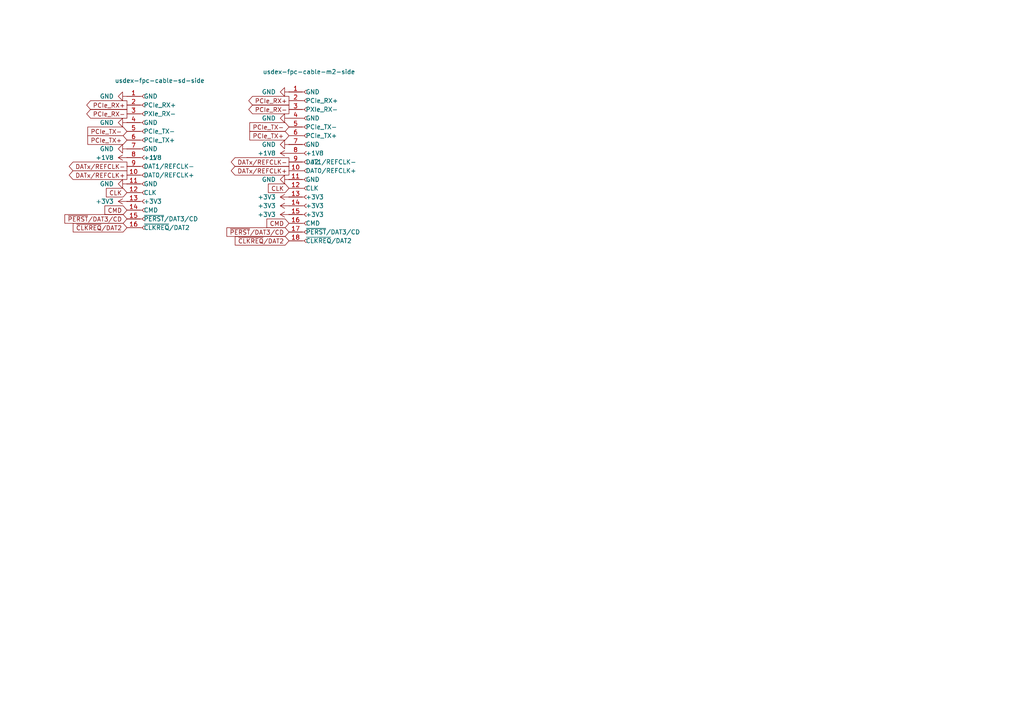
<source format=kicad_sch>
(kicad_sch (version 20250114) (generator "eeschema") (generator_version "9.0")
  (paper "A4")
  (lib_symbols
    (symbol "m1cha:usdex-fpc-cable-m2-side" (pin_names (offset 1.016))
      (property "Reference" "J" (at 0 22.86 0))
      (property "Value" "usdex-fpc-cable-m2-side" (at -2.286 25.146 0))
      (symbol "usdex-fpc-cable-m2-side_1_1"
        (polyline (pts (xy -1.27 20.32) (xy -0.508 20.32)) (stroke (width 0.1524)))
        (polyline (pts (xy -1.27 17.78) (xy -0.508 17.78)) (stroke (width 0.1524)))
        (polyline (pts (xy -1.27 15.24) (xy -0.508 15.24)) (stroke (width 0.1524)))
        (polyline (pts (xy -1.27 12.7) (xy -0.508 12.7)) (stroke (width 0.1524)))
        (polyline (pts (xy -1.27 10.16) (xy -0.508 10.16)) (stroke (width 0.1524)))
        (polyline (pts (xy -1.27 7.62) (xy -0.508 7.62)) (stroke (width 0.1524)))
        (polyline (pts (xy -1.27 5.08) (xy -0.508 5.08)) (stroke (width 0.1524)))
        (polyline (pts (xy -1.27 2.54) (xy -0.508 2.54)) (stroke (width 0.1524)))
        (polyline (pts (xy -1.27 0) (xy -0.508 0)) (stroke (width 0.1524)))
        (polyline (pts (xy -1.27 -2.54) (xy -0.508 -2.54)) (stroke (width 0.1524)))
        (polyline (pts (xy -1.27 -5.08) (xy -0.508 -5.08)) (stroke (width 0.1524)))
        (polyline (pts (xy -1.27 -7.62) (xy -0.508 -7.62)) (stroke (width 0.1524)))
        (polyline (pts (xy -1.27 -10.16) (xy -0.508 -10.16)) (stroke (width 0.1524)))
        (polyline (pts (xy -1.27 -12.7) (xy -0.508 -12.7)) (stroke (width 0.1524)))
        (polyline (pts (xy -1.27 -15.24) (xy -0.508 -15.24)) (stroke (width 0.1524)))
        (polyline (pts (xy -1.27 -17.78) (xy -0.508 -17.78)) (stroke (width 0.1524)))
        (polyline (pts (xy -1.27 -20.32) (xy -0.508 -20.32)) (stroke (width 0.1524)))
        (polyline (pts (xy -1.27 -22.86) (xy -0.508 -22.86)) (stroke (width 0.1524)))
        (arc (start 0 19.812) (mid -0.5058 20.32) (end 0 20.828) (stroke (width 0.1524)))
        (arc (start 0 17.272) (mid -0.5058 17.78) (end 0 18.288) (stroke (width 0.1524)))
        (arc (start 0 14.732) (mid -0.5058 15.24) (end 0 15.748) (stroke (width 0.1524)))
        (arc (start 0 12.192) (mid -0.5058 12.7) (end 0 13.208) (stroke (width 0.1524)))
        (arc (start 0 9.652) (mid -0.5058 10.16) (end 0 10.668) (stroke (width 0.1524)))
        (arc (start 0 7.112) (mid -0.5058 7.62) (end 0 8.128) (stroke (width 0.1524)))
        (arc (start 0 4.572) (mid -0.5058 5.08) (end 0 5.588) (stroke (width 0.1524)))
        (arc (start 0 2.032) (mid -0.5058 2.54) (end 0 3.048) (stroke (width 0.1524)))
        (arc (start 0 -0.508) (mid -0.5058 0) (end 0 0.508) (stroke (width 0.1524)))
        (arc (start 0 -3.048) (mid -0.5058 -2.54) (end 0 -2.032) (stroke (width 0.1524)))
        (arc (start 0 -5.588) (mid -0.5058 -5.08) (end 0 -4.572) (stroke (width 0.1524)))
        (arc (start 0 -8.128) (mid -0.5058 -7.62) (end 0 -7.112) (stroke (width 0.1524)))
        (arc (start 0 -10.668) (mid -0.5058 -10.16) (end 0 -9.652) (stroke (width 0.1524)))
        (arc (start 0 -13.208) (mid -0.5058 -12.7) (end 0 -12.192) (stroke (width 0.1524)))
        (arc (start 0 -15.748) (mid -0.5058 -15.24) (end 0 -14.732) (stroke (width 0.1524)))
        (arc (start 0 -18.288) (mid -0.5058 -17.78) (end 0 -17.272) (stroke (width 0.1524)))
        (arc (start 0 -20.828) (mid -0.5058 -20.32) (end 0 -19.812) (stroke (width 0.1524)))
        (arc (start 0 -23.368) (mid -0.5058 -22.86) (end 0 -22.352) (stroke (width 0.1524)))
        (pin power_in line (at -5.08 20.32 0) (length 3.81) (name "GND") (number "1"))
        (pin passive line (at -5.08 17.78 0) (length 3.81) (name "PCIe_RX+") (number "2"))
        (pin passive line (at -5.08 15.24 0) (length 3.81) (name "PXIe_RX-") (number "3"))
        (pin passive line (at -5.08 12.7 0) (length 3.81) (name "GND") (number "4"))
        (pin passive line (at -5.08 10.16 0) (length 3.81) (name "PCIe_TX-") (number "5"))
        (pin passive line (at -5.08 7.62 0) (length 3.81) (name "PCIe_TX+") (number "6"))
        (pin passive line (at -5.08 5.08 0) (length 3.81) (name "GND") (number "7"))
        (pin power_in line (at -5.08 2.54 0) (length 3.81) (name "+1V8") (number "8"))
        (pin passive line (at -5.08 0 0) (length 3.81) (name "DAT1/REFCLK-") (number "9"))
        (pin passive line (at -5.08 -2.54 0) (length 3.81) (name "DAT0/REFCLK+") (number "10"))
        (pin passive line (at -5.08 -5.08 0) (length 3.81) (name "GND") (number "11"))
        (pin passive line (at -5.08 -7.62 0) (length 3.81) (name "CLK") (number "12"))
        (pin power_in line (at -5.08 -10.16 0) (length 3.81) (name "+3V3") (number "13"))
        (pin passive line (at -5.08 -12.7 0) (length 3.81) (name "+3V3") (number "14"))
        (pin passive line (at -5.08 -15.24 0) (length 3.81) (name "+3V3") (number "15"))
        (pin passive line (at -5.08 -17.78 0) (length 3.81) (name "CMD") (number "16"))
        (pin passive line (at -5.08 -20.32 0) (length 3.81) (name "~{PERST}/DAT3/CD") (number "17"))
        (pin passive line (at -5.08 -22.86 0) (length 3.81) (name "~{CLKREQ}/DAT2") (number "18"))
      )
    )
    (symbol "m1cha:usdex-fpc-cable-sd-side" (pin_names (offset 1.016))
      (property "Reference" "J" (at 0 22.86 0))
      (property "Value" "usdex-fpc-cable-sd-side" (at -2.286 25.146 0))
      (symbol "usdex-fpc-cable-sd-side_1_1"
        (polyline (pts (xy -1.27 20.32) (xy -0.508 20.32)) (stroke (width 0.1524)))
        (polyline (pts (xy -1.27 17.78) (xy -0.508 17.78)) (stroke (width 0.1524)))
        (polyline (pts (xy -1.27 15.24) (xy -0.508 15.24)) (stroke (width 0.1524)))
        (polyline (pts (xy -1.27 12.7) (xy -0.508 12.7)) (stroke (width 0.1524)))
        (polyline (pts (xy -1.27 10.16) (xy -0.508 10.16)) (stroke (width 0.1524)))
        (polyline (pts (xy -1.27 7.62) (xy -0.508 7.62)) (stroke (width 0.1524)))
        (polyline (pts (xy -1.27 5.08) (xy -0.508 5.08)) (stroke (width 0.1524)))
        (polyline (pts (xy -1.27 2.54) (xy -0.508 2.54)) (stroke (width 0.1524)))
        (polyline (pts (xy -1.27 0) (xy -0.508 0)) (stroke (width 0.1524)))
        (polyline (pts (xy -1.27 -2.54) (xy -0.508 -2.54)) (stroke (width 0.1524)))
        (polyline (pts (xy -1.27 -5.08) (xy -0.508 -5.08)) (stroke (width 0.1524)))
        (polyline (pts (xy -1.27 -7.62) (xy -0.508 -7.62)) (stroke (width 0.1524)))
        (polyline (pts (xy -1.27 -10.16) (xy -0.508 -10.16)) (stroke (width 0.1524)))
        (polyline (pts (xy -1.27 -12.7) (xy -0.508 -12.7)) (stroke (width 0.1524)))
        (polyline (pts (xy -1.27 -15.24) (xy -0.508 -15.24)) (stroke (width 0.1524)))
        (polyline (pts (xy -1.27 -17.78) (xy -0.508 -17.78)) (stroke (width 0.1524)))
        (arc (start 0 19.812) (mid -0.5058 20.32) (end 0 20.828) (stroke (width 0.1524)))
        (arc (start 0 17.272) (mid -0.5058 17.78) (end 0 18.288) (stroke (width 0.1524)))
        (arc (start 0 14.732) (mid -0.5058 15.24) (end 0 15.748) (stroke (width 0.1524)))
        (arc (start 0 12.192) (mid -0.5058 12.7) (end 0 13.208) (stroke (width 0.1524)))
        (arc (start 0 9.652) (mid -0.5058 10.16) (end 0 10.668) (stroke (width 0.1524)))
        (arc (start 0 7.112) (mid -0.5058 7.62) (end 0 8.128) (stroke (width 0.1524)))
        (arc (start 0 4.572) (mid -0.5058 5.08) (end 0 5.588) (stroke (width 0.1524)))
        (arc (start 0 2.032) (mid -0.5058 2.54) (end 0 3.048) (stroke (width 0.1524)))
        (arc (start 0 -0.508) (mid -0.5058 0) (end 0 0.508) (stroke (width 0.1524)))
        (arc (start 0 -3.048) (mid -0.5058 -2.54) (end 0 -2.032) (stroke (width 0.1524)))
        (arc (start 0 -5.588) (mid -0.5058 -5.08) (end 0 -4.572) (stroke (width 0.1524)))
        (arc (start 0 -8.128) (mid -0.5058 -7.62) (end 0 -7.112) (stroke (width 0.1524)))
        (arc (start 0 -10.668) (mid -0.5058 -10.16) (end 0 -9.652) (stroke (width 0.1524)))
        (arc (start 0 -13.208) (mid -0.5058 -12.7) (end 0 -12.192) (stroke (width 0.1524)))
        (arc (start 0 -15.748) (mid -0.5058 -15.24) (end 0 -14.732) (stroke (width 0.1524)))
        (arc (start 0 -18.288) (mid -0.5058 -17.78) (end 0 -17.272) (stroke (width 0.1524)))
        (pin power_out line (at -5.08 20.32 0) (length 3.81) (name "GND") (number "1"))
        (pin passive line (at -5.08 17.78 0) (length 3.81) (name "PCIe_RX+") (number "2"))
        (pin passive line (at -5.08 15.24 0) (length 3.81) (name "PXIe_RX-") (number "3"))
        (pin passive line (at -5.08 12.7 0) (length 3.81) (name "GND") (number "4"))
        (pin passive line (at -5.08 10.16 0) (length 3.81) (name "PCIe_TX-") (number "5"))
        (pin passive line (at -5.08 7.62 0) (length 3.81) (name "PCIe_TX+") (number "6"))
        (pin passive line (at -5.08 5.08 0) (length 3.81) (name "GND") (number "7"))
        (pin power_out line (at -5.08 2.54 0) (length 3.81) (name "+1V8") (number "8"))
        (pin passive line (at -5.08 0 0) (length 3.81) (name "DAT1/REFCLK-") (number "9"))
        (pin passive line (at -5.08 -2.54 0) (length 3.81) (name "DAT0/REFCLK+") (number "10"))
        (pin passive line (at -5.08 -5.08 0) (length 3.81) (name "GND") (number "11"))
        (pin passive line (at -5.08 -7.62 0) (length 3.81) (name "CLK") (number "12"))
        (pin power_out line (at -5.08 -10.16 0) (length 3.81) (name "+3V3") (number "13"))
        (pin passive line (at -5.08 -12.7 0) (length 3.81) (name "CMD") (number "14"))
        (pin passive line (at -5.08 -15.24 0) (length 3.81) (name "~{PERST}/DAT3/CD") (number "15"))
        (pin passive line (at -5.08 -17.78 0) (length 3.81) (name "~{CLKREQ}/DAT2") (number "16"))
      )
    )
    (symbol "power:+1V8" (power) (pin_numbers (hide yes)) (pin_names (offset 0) (hide yes))
      (property "Value" "+1V8" (at 0 3.556 0))
      (symbol "+1V8_0_1"
        (polyline (pts (xy -0.762 1.27) (xy 0 2.54)))
        (polyline (pts (xy 0 2.54) (xy 0.762 1.27)))
        (polyline (pts (xy 0 0) (xy 0 2.54)))
      )
      (symbol "+1V8_1_1"
        (pin power_in line (at 0 0 90) (length 0) (name "~") (number "1"))
      )
    )
    (symbol "power:+3V3" (power) (pin_numbers (hide yes)) (pin_names (offset 0) (hide yes))
      (property "Value" "+3V3" (at 0 3.556 0))
      (symbol "+3V3_0_1"
        (polyline (pts (xy -0.762 1.27) (xy 0 2.54)))
        (polyline (pts (xy 0 2.54) (xy 0.762 1.27)))
        (polyline (pts (xy 0 0) (xy 0 2.54)))
      )
      (symbol "+3V3_1_1"
        (pin power_in line (at 0 0 90) (length 0) (name "~") (number "1"))
      )
    )
    (symbol "power:GND" (power) (pin_numbers (hide yes)) (pin_names (offset 0) (hide yes))
      (property "Value" "GND" (at 0 -3.81 0))
      (symbol "GND_0_1"
        (polyline (pts (xy 0 0) (xy 0 -1.27) (xy 1.27 -1.27) (xy 0 -2.54) (xy -1.27 -1.27) (xy 0 -1.27)))
      )
      (symbol "GND_1_1"
        (pin power_in line (at 0 0 270) (length 0) (name "~") (number "1"))
      )
    )
  )
  (global_label "PCIe_TX+" (shape input) (at 83.82 39.37 180) (property "Intersheetrefs" "${INTERSHEET_REFS}" (effects (hide yes))))
  (global_label "DATx{slash}REFCLK+" (shape output) (at 83.82 49.53 180) (property "Intersheetrefs" "${INTERSHEET_REFS}" (effects (hide yes))))
  (global_label "PCIe_TX-" (shape input) (at 36.83 38.1 180) (property "Intersheetrefs" "${INTERSHEET_REFS}" (effects (hide yes))))
  (global_label "PCIe_TX+" (shape input) (at 36.83 40.64 180) (property "Intersheetrefs" "${INTERSHEET_REFS}" (effects (hide yes))))
  (global_label "CMD" (shape input) (at 83.82 64.77 180) (property "Intersheetrefs" "${INTERSHEET_REFS}" (effects (hide yes))))
  (global_label "CMD" (shape input) (at 36.83 60.96 180) (property "Intersheetrefs" "${INTERSHEET_REFS}" (effects (hide yes))))
  (global_label "PCIe_TX-" (shape input) (at 83.82 36.83 180) (property "Intersheetrefs" "${INTERSHEET_REFS}" (effects (hide yes))))
  (global_label "PCIe_RX+" (shape output) (at 83.82 29.21 180) (property "Intersheetrefs" "${INTERSHEET_REFS}" (effects (hide yes))))
  (global_label "DATx{slash}REFCLK+" (shape output) (at 36.83 50.8 180) (property "Intersheetrefs" "${INTERSHEET_REFS}" (effects (hide yes))))
  (global_label "CLK" (shape input) (at 83.82 54.61 180) (property "Intersheetrefs" "${INTERSHEET_REFS}" (effects (hide yes))))
  (global_label "~{CLKREQ}{slash}DAT2" (shape input) (at 83.82 69.85 180) (property "Intersheetrefs" "${INTERSHEET_REFS}" (effects (hide yes))))
  (global_label "DATx{slash}REFCLK-" (shape output) (at 36.83 48.26 180) (property "Intersheetrefs" "${INTERSHEET_REFS}" (effects (hide yes))))
  (global_label "~{PERST}{slash}DAT3{slash}CD" (shape input) (at 36.83 63.5 180) (property "Intersheetrefs" "${INTERSHEET_REFS}" (effects (hide yes))))
  (global_label "DATx{slash}REFCLK-" (shape output) (at 83.82 46.99 180) (property "Intersheetrefs" "${INTERSHEET_REFS}" (effects (hide yes))))
  (global_label "~{CLKREQ}{slash}DAT2" (shape input) (at 36.83 66.04 180) (property "Intersheetrefs" "${INTERSHEET_REFS}" (effects (hide yes))))
  (global_label "~{PERST}{slash}DAT3{slash}CD" (shape input) (at 83.82 67.31 180) (property "Intersheetrefs" "${INTERSHEET_REFS}" (effects (hide yes))))
  (global_label "PCIe_RX-" (shape output) (at 83.82 31.75 180) (property "Intersheetrefs" "${INTERSHEET_REFS}" (effects (hide yes))))
  (global_label "CLK" (shape input) (at 36.83 55.88 180) (property "Intersheetrefs" "${INTERSHEET_REFS}" (effects (hide yes))))
  (global_label "PCIe_RX-" (shape output) (at 36.83 33.02 180) (property "Intersheetrefs" "${INTERSHEET_REFS}" (effects (hide yes))))
  (global_label "PCIe_RX+" (shape output) (at 36.83 30.48 180) (property "Intersheetrefs" "${INTERSHEET_REFS}" (effects (hide yes))))
  (symbol (lib_id "power:GND") (at 36.83 43.18 270) (unit 1)
    (property "Reference" "#PWR09" (effects (hide yes)))
    (property "Value" "GND" (at 33.02 43.1799 90) (effects (justify right)))
    (property "Description" "Power symbol creates a global label with name \"GND\" , ground" (effects (hide yes)))
  )
  (symbol (lib_id "power:+3V3") (at 83.82 59.69 90) (unit 1)
    (property "Reference" "#PWR02" (effects (hide yes)))
    (property "Value" "+3V3" (at 80.01 59.6899 90) (effects (justify left)))
    (property "Description" "Power symbol creates a global label with name \"+3V3\"" (effects (hide yes)))
  )
  (symbol (lib_id "power:+3V3") (at 83.82 57.15 90) (unit 1)
    (property "Reference" "#PWR01" (effects (hide yes)))
    (property "Value" "+3V3" (at 80.01 57.1499 90) (effects (justify left)))
    (property "Description" "Power symbol creates a global label with name \"+3V3\"" (effects (hide yes)))
  )
  (symbol (lib_id "power:+3V3") (at 83.82 62.23 90) (unit 1)
    (property "Reference" "#PWR03" (effects (hide yes)))
    (property "Value" "+3V3" (at 80.01 62.2299 90) (effects (justify left)))
    (property "Description" "Power symbol creates a global label with name \"+3V3\"" (effects (hide yes)))
  )
  (symbol (lib_id "power:GND") (at 83.82 34.29 270) (unit 1)
    (property "Reference" "#PWR043" (effects (hide yes)))
    (property "Value" "GND" (at 80.01 34.2899 90) (effects (justify right)))
    (property "Description" "Power symbol creates a global label with name \"GND\" , ground" (effects (hide yes)))
  )
  (symbol (lib_id "power:+1V8") (at 83.82 44.45 90) (unit 1)
    (property "Reference" "#PWR044" (effects (hide yes)))
    (property "Value" "+1V8" (at 80.01 44.4499 90) (effects (justify left)))
    (property "Description" "Power symbol creates a global label with name \"+1V8\"" (effects (hide yes)))
  )
  (symbol (lib_id "power:GND") (at 36.83 35.56 270) (unit 1)
    (property "Reference" "#PWR047" (effects (hide yes)))
    (property "Value" "GND" (at 33.02 35.5599 90) (effects (justify right)))
    (property "Description" "Power symbol creates a global label with name \"GND\" , ground" (effects (hide yes)))
  )
  (symbol (lib_id "m1cha:usdex-fpc-cable-m2-side") (at 88.9 46.99 0) (unit 1)
    (property "Reference" "J2" (at 90.17 46.9899 0) (effects (justify left)))
    (property "Value" "usdex-fpc-cable-m2-side" (at 76.2 20.828 0) (effects (justify left)))
    (property "Footprint" "m1cha:fpc-cable-AFA07-S16ECA-00" (effects (hide yes)))
    (property "Description" "Generic connector, single row, 01x18, script generated" (effects (hide yes)))
  )
  (symbol (lib_id "m1cha:usdex-fpc-cable-sd-side") (at 41.91 48.26 0) (unit 1)
    (property "Reference" "J1" (at 43.18 45.7199 0) (effects (justify left)))
    (property "Value" "usdex-fpc-cable-sd-side" (at 33.274 23.368 0) (effects (justify left)))
    (property "Footprint" "m1cha:usdex-fpc-1x18-0.55mm-cable" (effects (hide yes)))
    (property "Description" "Generic connector, single row, 01x18, script generated" (effects (hide yes)))
  )
  (symbol (lib_id "power:GND") (at 83.82 41.91 270) (unit 1)
    (property "Reference" "#PWR08" (effects (hide yes)))
    (property "Value" "GND" (at 80.01 41.9099 90) (effects (justify right)))
    (property "Description" "Power symbol creates a global label with name \"GND\" , ground" (effects (hide yes)))
  )
  (symbol (lib_id "power:GND") (at 36.83 53.34 270) (unit 1)
    (property "Reference" "#PWR049" (effects (hide yes)))
    (property "Value" "GND" (at 33.02 53.3399 90) (effects (justify right)))
    (property "Description" "Power symbol creates a global label with name \"GND\" , ground" (effects (hide yes)))
  )
  (symbol (lib_id "power:GND") (at 83.82 26.67 270) (unit 1)
    (property "Reference" "#PWR042" (effects (hide yes)))
    (property "Value" "GND" (at 80.01 26.6699 90) (effects (justify right)))
    (property "Description" "Power symbol creates a global label with name \"GND\" , ground" (effects (hide yes)))
  )
  (symbol (lib_id "power:+3V3") (at 36.83 58.42 90) (unit 1)
    (property "Reference" "#PWR04" (effects (hide yes)))
    (property "Value" "+3V3" (at 33.02 58.4199 90) (effects (justify left)))
    (property "Description" "Power symbol creates a global label with name \"+3V3\"" (effects (hide yes)))
  )
  (symbol (lib_id "power:GND") (at 36.83 27.94 270) (unit 1)
    (property "Reference" "#PWR046" (effects (hide yes)))
    (property "Value" "GND" (at 33.02 27.9399 90) (effects (justify right)))
    (property "Description" "Power symbol creates a global label with name \"GND\" , ground" (effects (hide yes)))
  )
  (symbol (lib_id "power:+1V8") (at 36.83 45.72 90) (unit 1)
    (property "Reference" "#PWR048" (effects (hide yes)))
    (property "Value" "+1V8" (at 33.02 45.7199 90) (effects (justify left)))
    (property "Description" "Power symbol creates a global label with name \"+1V8\"" (effects (hide yes)))
  )
  (symbol (lib_id "power:GND") (at 83.82 52.07 270) (unit 1)
    (property "Reference" "#PWR045" (effects (hide yes)))
    (property "Value" "GND" (at 80.01 52.0699 90) (effects (justify right)))
    (property "Description" "Power symbol creates a global label with name \"GND\" , ground" (effects (hide yes)))
  )
)
</source>
